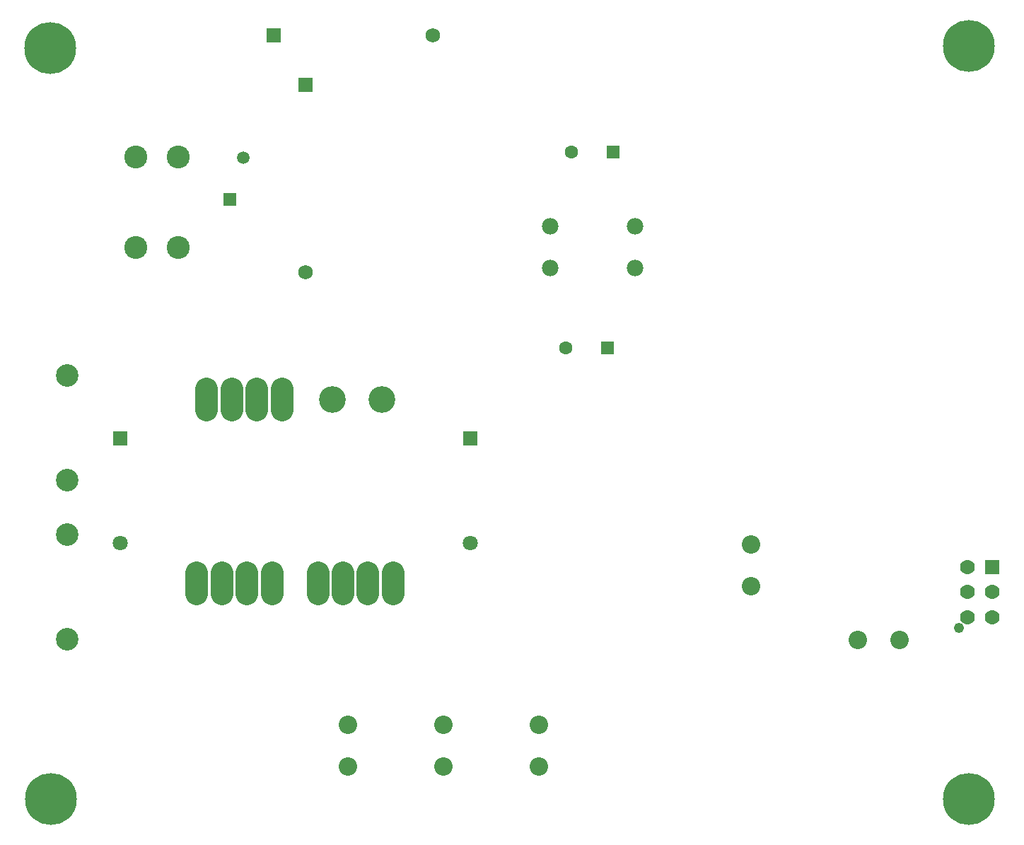
<source format=gbr>
G04 EAGLE Gerber RS-274X export*
G75*
%MOMM*%
%FSLAX34Y34*%
%LPD*%
%INSoldermask Bottom*%
%IPPOS*%
%AMOC8*
5,1,8,0,0,1.08239X$1,22.5*%
G01*
%ADD10R,1.753200X1.753200*%
%ADD11C,1.753200*%
%ADD12R,1.603200X1.603200*%
%ADD13C,1.603200*%
%ADD14C,2.203200*%
%ADD15C,1.965200*%
%ADD16C,6.203200*%
%ADD17C,2.703200*%
%ADD18C,3.203200*%
%ADD19C,2.743200*%
%ADD20C,1.223200*%
%ADD21R,1.773200X1.773200*%
%ADD22C,1.773200*%
%ADD23R,1.503200X1.503200*%
%ADD24C,1.503200*%
%ADD25R,1.703200X1.703200*%
%ADD26C,1.803200*%
%ADD27C,2.703200*%


D10*
X355600Y906250D03*
D11*
X355600Y681250D03*
D12*
X723500Y825500D03*
D13*
X673500Y825500D03*
D12*
X717150Y590550D03*
D13*
X667150Y590550D03*
D14*
X406400Y89300D03*
X406400Y139300D03*
X520700Y89300D03*
X520700Y139300D03*
X635000Y89300D03*
X635000Y139300D03*
X1016400Y241300D03*
X1066400Y241300D03*
X889000Y305200D03*
X889000Y355200D03*
D15*
X648450Y736200D03*
X648200Y686200D03*
X750050Y736200D03*
X749800Y686200D03*
D16*
X50800Y50800D03*
X50000Y950000D03*
X1149350Y952500D03*
X1149350Y50800D03*
D10*
X317200Y965200D03*
D11*
X508300Y965200D03*
D17*
X225400Y321600D02*
X225400Y296600D01*
X255400Y296600D02*
X255400Y321600D01*
X285400Y321600D02*
X285400Y296600D01*
X370400Y296600D02*
X370400Y321600D01*
X315400Y321600D02*
X315400Y296600D01*
X400400Y296600D02*
X400400Y321600D01*
X460400Y321600D02*
X460400Y296600D01*
X267400Y516600D02*
X267400Y541600D01*
X297400Y541600D02*
X297400Y516600D01*
X327400Y516600D02*
X327400Y541600D01*
X237400Y541600D02*
X237400Y516600D01*
D18*
X387400Y529100D03*
D17*
X430400Y321600D02*
X430400Y296600D01*
D18*
X447400Y529100D03*
D19*
X203200Y819150D03*
X152400Y819150D03*
X203200Y711200D03*
X152400Y711200D03*
D20*
X1137900Y255650D03*
D21*
X1177700Y328450D03*
D22*
X1177700Y298450D03*
X1177700Y268450D03*
X1147700Y328450D03*
X1147700Y298450D03*
X1147700Y268450D03*
D23*
X265050Y768750D03*
D24*
X281050Y818750D03*
D25*
X133350Y482600D03*
D26*
X133350Y357600D03*
D25*
X552450Y482600D03*
D26*
X552450Y357600D03*
D27*
X69850Y557800D03*
X69850Y432800D03*
X69850Y367300D03*
X69850Y242300D03*
M02*

</source>
